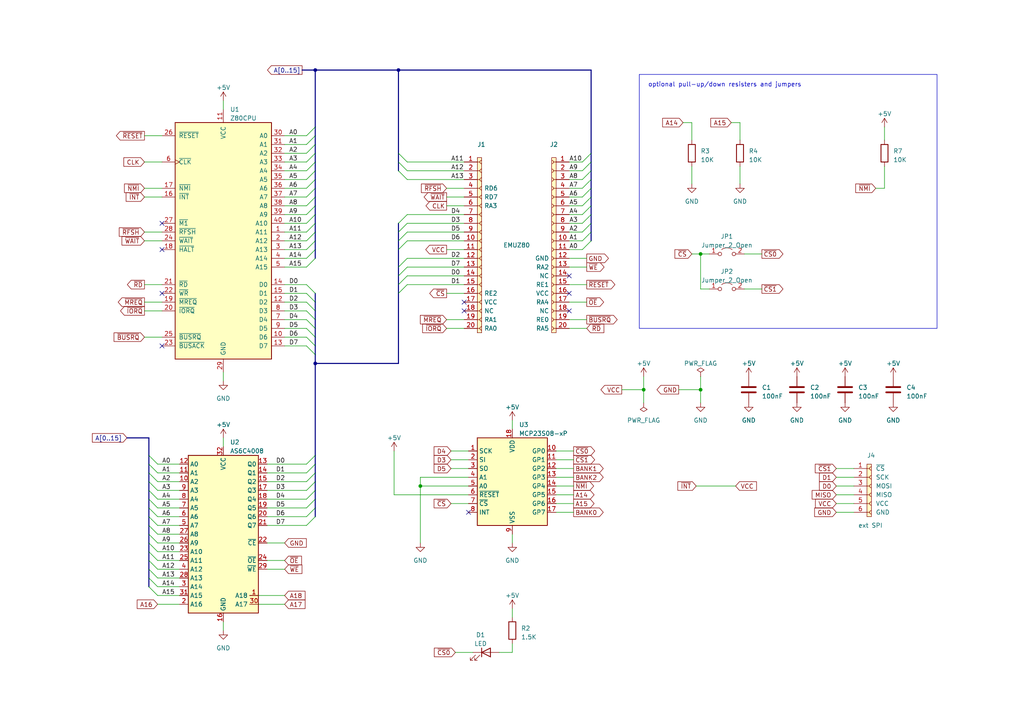
<source format=kicad_sch>
(kicad_sch (version 20230121) (generator eeschema)
  (paper "A4")
  (title_block (title "SuperMEZ80+SPI") (date "2023-04-09") (rev "0.9"))
  (lib_symbols
    (symbol "CPU:Z80CPU" (pin_names (offset 1.016))
      (property "Reference" "U" (at -13.97 35.56 0))
      (property "Value" "Z80CPU" (at 6.35 35.56 0))
      (symbol "Z80CPU_1_1"
        (pin output line (at 17.78 2.54 180) (length 3.81) (name "A11") (number "1"))
        (pin bidirectional line (at 17.78 -27.94 180) (length 3.81) (name "D6") (number "10"))
        (pin power_in line (at 0 38.1 270) (length 3.81) (name "VCC") (number "11"))
        (pin bidirectional line (at 17.78 -17.78 180) (length 3.81) (name "D2") (number "12"))
        (pin bidirectional line (at 17.78 -30.48 180) (length 3.81) (name "D7") (number "13"))
        (pin bidirectional line (at 17.78 -12.7 180) (length 3.81) (name "D0") (number "14"))
        (pin bidirectional line (at 17.78 -15.24 180) (length 3.81) (name "D1") (number "15"))
        (pin input line (at -17.78 12.7 0) (length 3.81) (name "~{INT}") (number "16"))
        (pin input line (at -17.78 15.24 0) (length 3.81) (name "~{NMI}") (number "17"))
        (pin output line (at -17.78 -2.54 0) (length 3.81) (name "~{HALT}") (number "18"))
        (pin output line (at -17.78 -17.78 0) (length 3.81) (name "~{MREQ}") (number "19"))
        (pin output line (at 17.78 0 180) (length 3.81) (name "A12") (number "2"))
        (pin output line (at -17.78 -20.32 0) (length 3.81) (name "~{IORQ}") (number "20"))
        (pin output line (at -17.78 -12.7 0) (length 3.81) (name "~{RD}") (number "21"))
        (pin output line (at -17.78 -15.24 0) (length 3.81) (name "~{WR}") (number "22"))
        (pin output line (at -17.78 -30.48 0) (length 3.81) (name "~{BUSACK}") (number "23"))
        (pin input line (at -17.78 0 0) (length 3.81) (name "~{WAIT}") (number "24"))
        (pin input line (at -17.78 -27.94 0) (length 3.81) (name "~{BUSRQ}") (number "25"))
        (pin input line (at -17.78 30.48 0) (length 3.81) (name "~{RESET}") (number "26"))
        (pin output line (at -17.78 5.08 0) (length 3.81) (name "~{M1}") (number "27"))
        (pin output line (at -17.78 2.54 0) (length 3.81) (name "~{RFSH}") (number "28"))
        (pin power_in line (at 0 -38.1 90) (length 3.81) (name "GND") (number "29"))
        (pin output line (at 17.78 -2.54 180) (length 3.81) (name "A13") (number "3"))
        (pin output line (at 17.78 30.48 180) (length 3.81) (name "A0") (number "30"))
        (pin output line (at 17.78 27.94 180) (length 3.81) (name "A1") (number "31"))
        (pin output line (at 17.78 25.4 180) (length 3.81) (name "A2") (number "32"))
        (pin output line (at 17.78 22.86 180) (length 3.81) (name "A3") (number "33"))
        (pin output line (at 17.78 20.32 180) (length 3.81) (name "A4") (number "34"))
        (pin output line (at 17.78 17.78 180) (length 3.81) (name "A5") (number "35"))
        (pin output line (at 17.78 15.24 180) (length 3.81) (name "A6") (number "36"))
        (pin output line (at 17.78 12.7 180) (length 3.81) (name "A7") (number "37"))
        (pin output line (at 17.78 10.16 180) (length 3.81) (name "A8") (number "38"))
        (pin output line (at 17.78 7.62 180) (length 3.81) (name "A9") (number "39"))
        (pin output line (at 17.78 -5.08 180) (length 3.81) (name "A14") (number "4"))
        (pin output line (at 17.78 5.08 180) (length 3.81) (name "A10") (number "40"))
        (pin output line (at 17.78 -7.62 180) (length 3.81) (name "A15") (number "5"))
        (pin input clock (at -17.78 22.86 0) (length 3.81) (name "~{CLK}") (number "6"))
        (pin bidirectional line (at 17.78 -22.86 180) (length 3.81) (name "D4") (number "7"))
        (pin bidirectional line (at 17.78 -20.32 180) (length 3.81) (name "D3") (number "8"))
        (pin bidirectional line (at 17.78 -25.4 180) (length 3.81) (name "D5") (number "9"))
      )
    )
    (symbol "Connector:Conn_01x06_Socket" (pin_names (offset 2.54))
      (property "Reference" "J2" (at -1.27 8.89 0))
      (property "Value" "SD Card slot" (at -6.35 -11.43 0))
      (symbol "Conn_01x06_Socket_1_1"
        (pin passive line (at -5.08 5.08 0) (length 3.81) (name "~{CS}") (number "1"))
        (pin passive line (at -5.08 2.54 0) (length 3.81) (name "SCK") (number "2"))
        (pin passive line (at -5.08 0 0) (length 3.81) (name "MOSI") (number "3"))
        (pin passive line (at -5.08 -2.54 0) (length 3.81) (name "MISO") (number "4"))
        (pin passive line (at -5.08 -5.08 0) (length 3.81) (name "VCC") (number "5"))
        (pin passive line (at -5.08 -7.62 0) (length 3.81) (name "GND") (number "6"))
      )
    )
    (symbol "Device:C" (pin_numbers hide) (pin_names (offset 0.254))
      (property "Reference" "C" (at 0.635 2.54 0))
      (property "Value" "C" (at 0.635 -2.54 0))
      (symbol "C_1_1"
        (pin passive line (at 0 3.81 270) (length 2.794) (name "~") (number "1"))
        (pin passive line (at 0 -3.81 90) (length 2.794) (name "~") (number "2"))
      )
    )
    (symbol "Device:LED" (pin_numbers hide) (pin_names (offset 1.016) hide)
      (property "Reference" "D" (at 0 2.54 0))
      (property "Value" "LED" (at 0 -2.54 0))
      (symbol "LED_1_1"
        (pin passive line (at -3.81 0 0) (length 2.54) (name "K") (number "1"))
        (pin passive line (at 3.81 0 180) (length 2.54) (name "A") (number "2"))
      )
    )
    (symbol "Device:R" (pin_numbers hide) (pin_names (offset 0))
      (property "Reference" "R" (at 2.032 0 90))
      (property "Value" "R" (at 0 0 90))
      (symbol "R_1_1"
        (pin passive line (at 0 3.81 270) (length 1.27) (name "~") (number "1"))
        (pin passive line (at 0 -3.81 90) (length 1.27) (name "~") (number "2"))
      )
    )
    (symbol "Jumper:Jumper_2_Open" (pin_names (offset 0) hide)
      (property "Reference" "JP" (at 0 2.794 0))
      (property "Value" "Jumper_2_Open" (at 0 -2.286 0))
      (symbol "Jumper_2_Open_1_1"
        (pin passive line (at -5.08 0 0) (length 2.54) (name "A") (number "1"))
        (pin passive line (at 5.08 0 180) (length 2.54) (name "B") (number "2"))
      )
    )
    (symbol "library:AS6C4008"
      (property "Reference" "U" (at 2.54 27.94 0))
      (property "Value" "AS6C4008" (at 2.54 25.4 0))
      (symbol "AS6C4008_0_0"
        (pin power_in line (at 0 -25.4 90) (length 2.54) (name "GND") (number "16"))
        (pin power_in line (at 0 25.4 270) (length 2.54) (name "VCC") (number "32"))
      )
      (symbol "AS6C4008_1_1"
        (pin input line (at 10.16 -17.78 180) (length 2.54) (name "A18") (number "1"))
        (pin input line (at -12.7 15.24 0) (length 2.54) (name "A2") (number "10"))
        (pin input line (at -12.7 17.78 0) (length 2.54) (name "A1") (number "11"))
        (pin input line (at -12.7 20.32 0) (length 2.54) (name "A0") (number "12"))
        (pin tri_state line (at 12.7 20.32 180) (length 2.54) (name "Q0") (number "13"))
        (pin tri_state line (at 12.7 17.78 180) (length 2.54) (name "Q1") (number "14"))
        (pin tri_state line (at 12.7 15.24 180) (length 2.54) (name "Q2") (number "15"))
        (pin tri_state line (at 12.7 12.7 180) (length 2.54) (name "Q3") (number "17"))
        (pin tri_state line (at 12.7 10.16 180) (length 2.54) (name "Q4") (number "18"))
        (pin tri_state line (at 12.7 7.62 180) (length 2.54) (name "Q5") (number "19"))
        (pin input line (at -12.7 -20.32 0) (length 2.54) (name "A16") (number "2"))
        (pin tri_state line (at 12.7 5.08 180) (length 2.54) (name "Q6") (number "20"))
        (pin tri_state line (at 12.7 2.54 180) (length 2.54) (name "Q7") (number "21"))
        (pin input line (at 12.7 -2.54 180) (length 2.54) (name "~{CE}") (number "22"))
        (pin input line (at -12.7 -5.08 0) (length 2.54) (name "A10") (number "23"))
        (pin input line (at 12.7 -7.62 180) (length 2.54) (name "~{OE}") (number "24"))
        (pin input line (at -12.7 -7.62 0) (length 2.54) (name "A11") (number "25"))
        (pin input line (at -12.7 -2.54 0) (length 2.54) (name "A9") (number "26"))
        (pin input line (at -12.7 0 0) (length 2.54) (name "A8") (number "27"))
        (pin input line (at -12.7 -12.7 0) (length 2.54) (name "A13") (number "28"))
        (pin input line (at 12.7 -10.16 180) (length 2.54) (name "~{WE}") (number "29"))
        (pin input line (at -12.7 -15.24 0) (length 2.54) (name "A14") (number "3"))
        (pin input line (at 10.16 -20.32 180) (length 2.54) (name "A17") (number "30"))
        (pin input line (at -12.7 -17.78 0) (length 2.54) (name "A15") (number "31"))
        (pin input line (at -12.7 -10.16 0) (length 2.54) (name "A12") (number "4"))
        (pin input line (at -12.7 2.54 0) (length 2.54) (name "A7") (number "5"))
        (pin input line (at -12.7 5.08 0) (length 2.54) (name "A6") (number "6"))
        (pin input line (at -12.7 7.62 0) (length 2.54) (name "A5") (number "7"))
        (pin input line (at -12.7 10.16 0) (length 2.54) (name "A4") (number "8"))
        (pin input line (at -12.7 12.7 0) (length 2.54) (name "A3") (number "9"))
      )
    )
    (symbol "library:EMUZ80_0" (pin_names (offset 2.032))
      (property "Reference" "J" (at -19.05 31.75 0))
      (property "Value" "EMUZ80_0" (at -15.24 29.21 0))
      (symbol "EMUZ80_0_1_1"
        (pin passive line (at -15.24 24.13 0) (length 3.81) (name "") (number "1"))
        (pin passive line (at -15.24 1.27 0) (length 3.81) (name "") (number "10"))
        (pin passive line (at -15.24 -1.27 0) (length 3.81) (name "") (number "11"))
        (pin passive line (at -15.24 -3.81 0) (length 3.81) (name "") (number "12"))
        (pin passive line (at -15.24 -6.35 0) (length 3.81) (name "") (number "13"))
        (pin passive line (at -15.24 -8.89 0) (length 3.81) (name "") (number "14"))
        (pin passive line (at -15.24 -11.43 0) (length 3.81) (name "") (number "15"))
        (pin passive line (at -15.24 -13.97 0) (length 3.81) (name "RE2") (number "16"))
        (pin passive line (at -15.24 -16.51 0) (length 3.81) (name "VCC") (number "17"))
        (pin passive line (at -15.24 -19.05 0) (length 3.81) (name "NC") (number "18"))
        (pin passive line (at -15.24 -21.59 0) (length 3.81) (name "RA1") (number "19"))
        (pin passive line (at -15.24 21.59 0) (length 3.81) (name "") (number "2"))
        (pin passive line (at -15.24 -24.13 0) (length 3.81) (name "RA0") (number "20"))
        (pin passive line (at -15.24 19.05 0) (length 3.81) (name "") (number "3"))
        (pin passive line (at -15.24 16.51 0) (length 3.81) (name "RD6") (number "4"))
        (pin passive line (at -15.24 13.97 0) (length 3.81) (name "RD7") (number "5"))
        (pin passive line (at -15.24 11.43 0) (length 3.81) (name "RA3") (number "6"))
        (pin passive line (at -15.24 8.89 0) (length 3.81) (name "") (number "7"))
        (pin passive line (at -15.24 6.35 0) (length 3.81) (name "") (number "8"))
        (pin passive line (at -15.24 3.81 0) (length 3.81) (name "") (number "9"))
      )
    )
    (symbol "library:EMUZ80_1" (pin_names (offset 2.032))
      (property "Reference" "J" (at 10.16 30.48 0))
      (property "Value" "EMUZ80_1" (at 13.97 27.94 0))
      (symbol "EMUZ80_1_1_1"
        (pin passive line (at 15.24 24.13 180) (length 3.81) (name "") (number "1"))
        (pin passive line (at 15.24 1.27 180) (length 3.81) (name "") (number "10"))
        (pin passive line (at 15.24 -1.27 180) (length 3.81) (name "") (number "11"))
        (pin passive line (at 15.24 -3.81 180) (length 3.81) (name "GND") (number "12"))
        (pin passive line (at 15.24 -6.35 180) (length 3.81) (name "RA2") (number "13"))
        (pin passive line (at 15.24 -8.89 180) (length 3.81) (name "NC") (number "14"))
        (pin passive line (at 15.24 -11.43 180) (length 3.81) (name "RE1") (number "15"))
        (pin passive line (at 15.24 -13.97 180) (length 3.81) (name "VCC") (number "16"))
        (pin passive line (at 15.24 -16.51 180) (length 3.81) (name "RA4") (number "17"))
        (pin passive line (at 15.24 -19.05 180) (length 3.81) (name "NC") (number "18"))
        (pin passive line (at 15.24 -21.59 180) (length 3.81) (name "RE0") (number "19"))
        (pin passive line (at 15.24 21.59 180) (length 3.81) (name "") (number "2"))
        (pin passive line (at 15.24 -24.13 180) (length 3.81) (name "RA5") (number "20"))
        (pin passive line (at 15.24 19.05 180) (length 3.81) (name "") (number "3"))
        (pin passive line (at 15.24 16.51 180) (length 3.81) (name "") (number "4"))
        (pin passive line (at 15.24 13.97 180) (length 3.81) (name "") (number "5"))
        (pin passive line (at 15.24 11.43 180) (length 3.81) (name "") (number "6"))
        (pin passive line (at 15.24 8.89 180) (length 3.81) (name "") (number "7"))
        (pin passive line (at 15.24 6.35 180) (length 3.81) (name "") (number "8"))
        (pin passive line (at 15.24 3.81 180) (length 3.81) (name "") (number "9"))
      )
    )
    (symbol "library:MCP23S08-xP"
      (property "Reference" "U" (at -8.89 13.97 0))
      (property "Value" "MCP23S08-xP" (at 8.89 13.97 0))
      (symbol "MCP23S08-xP_1_1"
        (pin input line (at -12.7 8.89 0) (length 2.54) (name "SCK") (number "1"))
        (pin bidirectional line (at 12.7 8.89 180) (length 2.54) (name "GP0") (number "10"))
        (pin bidirectional line (at 12.7 6.35 180) (length 2.54) (name "GP1") (number "11"))
        (pin bidirectional line (at 12.7 3.81 180) (length 2.54) (name "GP2") (number "12"))
        (pin bidirectional line (at 12.7 1.27 180) (length 2.54) (name "GP3") (number "13"))
        (pin bidirectional line (at 12.7 -1.27 180) (length 2.54) (name "GP4") (number "14"))
        (pin bidirectional line (at 12.7 -3.81 180) (length 2.54) (name "GP5") (number "15"))
        (pin bidirectional line (at 12.7 -6.35 180) (length 2.54) (name "GP6") (number "16"))
        (pin bidirectional line (at 12.7 -8.89 180) (length 2.54) (name "GP7") (number "17"))
        (pin power_in line (at 0 15.24 270) (length 2.54) (name "VDD") (number "18"))
        (pin input line (at -12.7 6.35 0) (length 2.54) (name "SI") (number "2"))
        (pin output line (at -12.7 3.81 0) (length 2.54) (name "SO") (number "3"))
        (pin input line (at -12.7 1.27 0) (length 2.54) (name "A1") (number "4"))
        (pin input line (at -12.7 -1.27 0) (length 2.54) (name "A0") (number "5"))
        (pin input line (at -12.7 -3.81 0) (length 2.54) (name "~{RESET}") (number "6"))
        (pin input line (at -12.7 -6.35 0) (length 2.54) (name "~{CS}") (number "7"))
        (pin output line (at -12.7 -8.89 0) (length 2.54) (name "INT") (number "8"))
        (pin power_in line (at 0 -15.24 90) (length 2.54) (name "VSS") (number "9"))
      )
    )
    (symbol "power:+5V" (power) (pin_names (offset 0))
      (property "Value" "+5V" (at 0 3.556 0))
      (symbol "+5V_1_1"
        (pin power_in line (at 0 0 90) (length 0) hide (name "+5V") (number "1"))
      )
    )
    (symbol "power:GND" (power) (pin_names (offset 0))
      (property "Value" "GND" (at 0 -3.81 0))
      (symbol "GND_1_1"
        (pin power_in line (at 0 0 270) (length 0) hide (name "GND") (number "1"))
      )
    )
    (symbol "power:PWR_FLAG" (power) (pin_numbers hide) (pin_names (offset 0) hide)
      (property "Value" "PWR_FLAG" (at 0 3.81 0))
      (symbol "PWR_FLAG_0_0"
        (pin power_out line (at 0 0 90) (length 0) (name "pwr") (number "1"))
      )
    )
  )
  (junction (at 203.2 113.03))
  (junction (at 115.57 20.32))
  (junction (at 203.2 73.66))
  (junction (at 121.92 140.97))
  (junction (at 186.69 113.03))
  (junction (at 91.44 20.32))
  (junction (at 91.44 105.41))
  (no_connect (at 46.99 64.77))
  (no_connect (at 134.62 87.63))
  (no_connect (at 46.99 72.39))
  (no_connect (at 46.99 85.09))
  (no_connect (at 134.62 90.17))
  (no_connect (at 46.99 100.33))
  (no_connect (at 165.1 85.09))
  (no_connect (at 165.1 90.17))
  (no_connect (at 135.89 148.59))
  (no_connect (at 165.1 80.01))
  (bus_entry (at 168.91 62.23) (size 2.54 -2.54))
  (bus_entry (at 45.72 160.02) (size -2.54 -2.54))
  (bus_entry (at 168.91 64.77) (size 2.54 -2.54))
  (bus_entry (at 88.9 85.09) (size 2.54 2.54))
  (bus_entry (at 115.57 67.31) (size 2.54 -2.54))
  (bus_entry (at 88.9 69.85) (size 2.54 -2.54))
  (bus_entry (at 45.72 162.56) (size -2.54 -2.54))
  (bus_entry (at 88.9 52.07) (size 2.54 -2.54))
  (bus_entry (at 91.44 139.7) (size -2.54 2.54))
  (bus_entry (at 115.57 82.55) (size 2.54 -2.54))
  (bus_entry (at 91.44 137.16) (size -2.54 2.54))
  (bus_entry (at 88.9 39.37) (size 2.54 -2.54))
  (bus_entry (at 91.44 134.62) (size -2.54 2.54))
  (bus_entry (at 88.9 72.39) (size 2.54 -2.54))
  (bus_entry (at 115.57 77.47) (size 2.54 -2.54))
  (bus_entry (at 168.91 46.99) (size 2.54 -2.54))
  (bus_entry (at 88.9 59.69) (size 2.54 -2.54))
  (bus_entry (at 91.44 147.32) (size -2.54 2.54))
  (bus_entry (at 45.72 139.7) (size -2.54 -2.54))
  (bus_entry (at 45.72 152.4) (size -2.54 -2.54))
  (bus_entry (at 45.72 154.94) (size -2.54 -2.54))
  (bus_entry (at 88.9 67.31) (size 2.54 -2.54))
  (bus_entry (at 45.72 147.32) (size -2.54 -2.54))
  (bus_entry (at 115.57 64.77) (size 2.54 -2.54))
  (bus_entry (at 168.91 54.61) (size 2.54 -2.54))
  (bus_entry (at 168.91 59.69) (size 2.54 -2.54))
  (bus_entry (at 88.9 77.47) (size 2.54 -2.54))
  (bus_entry (at 115.57 46.99) (size 2.54 2.54))
  (bus_entry (at 88.9 54.61) (size 2.54 -2.54))
  (bus_entry (at 115.57 85.09) (size 2.54 -2.54))
  (bus_entry (at 168.91 49.53) (size 2.54 -2.54))
  (bus_entry (at 88.9 97.79) (size 2.54 2.54))
  (bus_entry (at 115.57 49.53) (size 2.54 2.54))
  (bus_entry (at 115.57 69.85) (size 2.54 -2.54))
  (bus_entry (at 45.72 142.24) (size -2.54 -2.54))
  (bus_entry (at 88.9 74.93) (size 2.54 -2.54))
  (bus_entry (at 115.57 72.39) (size 2.54 -2.54))
  (bus_entry (at 88.9 62.23) (size 2.54 -2.54))
  (bus_entry (at 168.91 72.39) (size 2.54 -2.54))
  (bus_entry (at 45.72 172.72) (size -2.54 -2.54))
  (bus_entry (at 45.72 134.62) (size -2.54 -2.54))
  (bus_entry (at 45.72 144.78) (size -2.54 -2.54))
  (bus_entry (at 45.72 157.48) (size -2.54 -2.54))
  (bus_entry (at 168.91 69.85) (size 2.54 -2.54))
  (bus_entry (at 45.72 149.86) (size -2.54 -2.54))
  (bus_entry (at 88.9 41.91) (size 2.54 -2.54))
  (bus_entry (at 88.9 87.63) (size 2.54 2.54))
  (bus_entry (at 115.57 44.45) (size 2.54 2.54))
  (bus_entry (at 91.44 132.08) (size -2.54 2.54))
  (bus_entry (at 88.9 90.17) (size 2.54 2.54))
  (bus_entry (at 88.9 92.71) (size 2.54 2.54))
  (bus_entry (at 115.57 80.01) (size 2.54 -2.54))
  (bus_entry (at 88.9 95.25) (size 2.54 2.54))
  (bus_entry (at 91.44 144.78) (size -2.54 2.54))
  (bus_entry (at 168.91 57.15) (size 2.54 -2.54))
  (bus_entry (at 45.72 167.64) (size -2.54 -2.54))
  (bus_entry (at 91.44 149.86) (size -2.54 2.54))
  (bus_entry (at 168.91 67.31) (size 2.54 -2.54))
  (bus_entry (at 45.72 165.1) (size -2.54 -2.54))
  (bus_entry (at 45.72 137.16) (size -2.54 -2.54))
  (bus_entry (at 88.9 44.45) (size 2.54 -2.54))
  (bus_entry (at 88.9 57.15) (size 2.54 -2.54))
  (bus_entry (at 91.44 142.24) (size -2.54 2.54))
  (bus_entry (at 88.9 82.55) (size 2.54 2.54))
  (bus_entry (at 88.9 46.99) (size 2.54 -2.54))
  (bus_entry (at 168.91 52.07) (size 2.54 -2.54))
  (bus_entry (at 88.9 64.77) (size 2.54 -2.54))
  (bus_entry (at 45.72 170.18) (size -2.54 -2.54))
  (bus_entry (at 88.9 49.53) (size 2.54 -2.54))
  (bus_entry (at 88.9 100.33) (size 2.54 2.54))
  (wire (pts (xy 161.29 133.35) (xy 166.37 133.35)))
  (wire (pts (xy 215.9 73.66) (xy 220.98 73.66)))
  (bus (pts (xy 91.44 90.17) (xy 91.44 92.71)))
  (wire (pts (xy 82.55 57.15) (xy 88.9 57.15)))
  (wire (pts (xy 214.63 53.34) (xy 214.63 48.26)))
  (bus (pts (xy 91.44 97.79) (xy 91.44 100.33)))
  (wire (pts (xy 242.57 148.59) (xy 247.65 148.59)))
  (wire (pts (xy 82.55 72.39) (xy 88.9 72.39)))
  (bus (pts (xy 171.45 46.99) (xy 171.45 49.53)))
  (wire (pts (xy 165.1 49.53) (xy 168.91 49.53)))
  (wire (pts (xy 165.1 62.23) (xy 168.91 62.23)))
  (wire (pts (xy 45.72 147.32) (xy 52.07 147.32)))
  (wire (pts (xy 64.77 107.95) (xy 64.77 110.49)))
  (wire (pts (xy 82.55 97.79) (xy 88.9 97.79)))
  (wire (pts (xy 82.55 100.33) (xy 88.9 100.33)))
  (wire (pts (xy 82.55 44.45) (xy 88.9 44.45)))
  (bus (pts (xy 115.57 20.32) (xy 171.45 20.32)))
  (bus (pts (xy 91.44 39.37) (xy 91.44 36.83)))
  (bus (pts (xy 91.44 144.78) (xy 91.44 147.32)))
  (wire (pts (xy 129.54 59.69) (xy 134.62 59.69)))
  (bus (pts (xy 91.44 20.32) (xy 91.44 36.83)))
  (wire (pts (xy 74.93 172.72) (xy 82.55 172.72)))
  (wire (pts (xy 129.54 57.15) (xy 134.62 57.15)))
  (bus (pts (xy 115.57 77.47) (xy 115.57 80.01)))
  (wire (pts (xy 165.1 57.15) (xy 168.91 57.15)))
  (bus (pts (xy 91.44 49.53) (xy 91.44 46.99)))
  (wire (pts (xy 77.47 152.4) (xy 88.9 152.4)))
  (wire (pts (xy 242.57 135.89) (xy 247.65 135.89)))
  (wire (pts (xy 144.78 189.23) (xy 148.59 189.23)))
  (wire (pts (xy 82.55 95.25) (xy 88.9 95.25)))
  (wire (pts (xy 165.1 92.71) (xy 170.18 92.71)))
  (wire (pts (xy 214.63 35.56) (xy 214.63 40.64)))
  (bus (pts (xy 43.18 167.64) (xy 43.18 165.1)))
  (wire (pts (xy 41.91 39.37) (xy 46.99 39.37)))
  (wire (pts (xy 130.81 133.35) (xy 135.89 133.35)))
  (wire (pts (xy 242.57 138.43) (xy 247.65 138.43)))
  (wire (pts (xy 129.54 54.61) (xy 134.62 54.61)))
  (bus (pts (xy 171.45 67.31) (xy 171.45 69.85)))
  (wire (pts (xy 148.59 186.69) (xy 148.59 189.23)))
  (wire (pts (xy 118.11 69.85) (xy 134.62 69.85)))
  (bus (pts (xy 43.18 144.78) (xy 43.18 142.24)))
  (wire (pts (xy 64.77 180.34) (xy 64.77 182.88)))
  (bus (pts (xy 43.18 134.62) (xy 43.18 132.08)))
  (bus (pts (xy 91.44 92.71) (xy 91.44 95.25)))
  (bus (pts (xy 91.44 74.93) (xy 91.44 72.39)))
  (wire (pts (xy 148.59 176.53) (xy 148.59 179.07)))
  (wire (pts (xy 135.89 138.43) (xy 121.92 138.43)))
  (wire (pts (xy 45.72 149.86) (xy 52.07 149.86)))
  (wire (pts (xy 77.47 147.32) (xy 88.9 147.32)))
  (bus (pts (xy 91.44 95.25) (xy 91.44 97.79)))
  (wire (pts (xy 165.1 87.63) (xy 170.18 87.63)))
  (wire (pts (xy 45.72 142.24) (xy 52.07 142.24)))
  (wire (pts (xy 165.1 95.25) (xy 170.18 95.25)))
  (bus (pts (xy 115.57 80.01) (xy 115.57 82.55)))
  (wire (pts (xy 41.91 97.79) (xy 46.99 97.79)))
  (wire (pts (xy 129.54 72.39) (xy 134.62 72.39)))
  (bus (pts (xy 43.18 165.1) (xy 43.18 162.56)))
  (wire (pts (xy 118.11 64.77) (xy 134.62 64.77)))
  (wire (pts (xy 77.47 144.78) (xy 88.9 144.78)))
  (bus (pts (xy 115.57 82.55) (xy 115.57 85.09)))
  (bus (pts (xy 91.44 41.91) (xy 91.44 39.37)))
  (wire (pts (xy 45.72 134.62) (xy 52.07 134.62)))
  (wire (pts (xy 165.1 69.85) (xy 168.91 69.85)))
  (bus (pts (xy 91.44 105.41) (xy 91.44 132.08)))
  (bus (pts (xy 171.45 54.61) (xy 171.45 57.15)))
  (wire (pts (xy 118.11 46.99) (xy 134.62 46.99)))
  (bus (pts (xy 87.63 20.32) (xy 91.44 20.32)))
  (wire (pts (xy 118.11 52.07) (xy 134.62 52.07)))
  (wire (pts (xy 82.55 90.17) (xy 88.9 90.17)))
  (wire (pts (xy 64.77 29.21) (xy 64.77 31.75)))
  (bus (pts (xy 91.44 139.7) (xy 91.44 142.24)))
  (wire (pts (xy 161.29 140.97) (xy 166.37 140.97)))
  (wire (pts (xy 41.91 87.63) (xy 46.99 87.63)))
  (wire (pts (xy 77.47 162.56) (xy 82.55 162.56)))
  (bus (pts (xy 171.45 20.32) (xy 171.45 44.45)))
  (wire (pts (xy 148.59 154.94) (xy 148.59 157.48)))
  (wire (pts (xy 41.91 90.17) (xy 46.99 90.17)))
  (bus (pts (xy 43.18 154.94) (xy 43.18 152.4)))
  (bus (pts (xy 91.44 67.31) (xy 91.44 64.77)))
  (wire (pts (xy 161.29 148.59) (xy 166.37 148.59)))
  (wire (pts (xy 77.47 149.86) (xy 88.9 149.86)))
  (bus (pts (xy 91.44 102.87) (xy 91.44 105.41)))
  (wire (pts (xy 45.72 172.72) (xy 52.07 172.72)))
  (wire (pts (xy 203.2 113.03) (xy 203.2 116.84)))
  (wire (pts (xy 130.81 146.05) (xy 135.89 146.05)))
  (bus (pts (xy 115.57 67.31) (xy 115.57 69.85)))
  (bus (pts (xy 43.18 162.56) (xy 43.18 160.02)))
  (wire (pts (xy 196.85 113.03) (xy 203.2 113.03)))
  (wire (pts (xy 82.55 64.77) (xy 88.9 64.77)))
  (bus (pts (xy 115.57 69.85) (xy 115.57 72.39)))
  (wire (pts (xy 45.72 167.64) (xy 52.07 167.64)))
  (bus (pts (xy 43.18 160.02) (xy 43.18 157.48)))
  (wire (pts (xy 45.72 157.48) (xy 52.07 157.48)))
  (wire (pts (xy 64.77 127) (xy 64.77 129.54)))
  (bus (pts (xy 115.57 44.45) (xy 115.57 46.99)))
  (wire (pts (xy 82.55 54.61) (xy 88.9 54.61)))
  (bus (pts (xy 91.44 44.45) (xy 91.44 41.91)))
  (wire (pts (xy 215.9 83.82) (xy 220.98 83.82)))
  (bus (pts (xy 171.45 49.53) (xy 171.45 52.07)))
  (bus (pts (xy 43.18 147.32) (xy 43.18 144.78)))
  (bus (pts (xy 43.18 152.4) (xy 43.18 149.86)))
  (wire (pts (xy 45.72 144.78) (xy 52.07 144.78)))
  (bus (pts (xy 91.44 59.69) (xy 91.44 57.15)))
  (wire (pts (xy 242.57 140.97) (xy 247.65 140.97)))
  (bus (pts (xy 91.44 46.99) (xy 91.44 44.45)))
  (wire (pts (xy 165.1 59.69) (xy 168.91 59.69)))
  (wire (pts (xy 118.11 82.55) (xy 134.62 82.55)))
  (wire (pts (xy 180.34 113.03) (xy 186.69 113.03)))
  (bus (pts (xy 91.44 62.23) (xy 91.44 59.69)))
  (wire (pts (xy 256.54 48.26) (xy 256.54 54.61)))
  (bus (pts (xy 91.44 52.07) (xy 91.44 49.53)))
  (bus (pts (xy 91.44 85.09) (xy 91.44 87.63)))
  (wire (pts (xy 200.66 53.34) (xy 200.66 48.26)))
  (wire (pts (xy 114.3 130.81) (xy 114.3 143.51)))
  (bus (pts (xy 43.18 139.7) (xy 43.18 137.16)))
  (wire (pts (xy 203.2 83.82) (xy 203.2 73.66)))
  (wire (pts (xy 165.1 72.39) (xy 168.91 72.39)))
  (wire (pts (xy 165.1 74.93) (xy 170.18 74.93)))
  (bus (pts (xy 43.18 132.08) (xy 43.18 127)))
  (wire (pts (xy 77.47 134.62) (xy 88.9 134.62)))
  (wire (pts (xy 205.74 83.82) (xy 203.2 83.82)))
  (wire (pts (xy 82.55 46.99) (xy 88.9 46.99)))
  (wire (pts (xy 41.91 54.61) (xy 46.99 54.61)))
  (wire (pts (xy 41.91 57.15) (xy 46.99 57.15)))
  (wire (pts (xy 77.47 137.16) (xy 88.9 137.16)))
  (bus (pts (xy 43.18 149.86) (xy 43.18 147.32)))
  (wire (pts (xy 82.55 67.31) (xy 88.9 67.31)))
  (bus (pts (xy 91.44 100.33) (xy 91.44 102.87)))
  (bus (pts (xy 91.44 87.63) (xy 91.44 90.17)))
  (wire (pts (xy 82.55 74.93) (xy 88.9 74.93)))
  (bus (pts (xy 171.45 57.15) (xy 171.45 59.69)))
  (wire (pts (xy 45.72 160.02) (xy 52.07 160.02)))
  (wire (pts (xy 161.29 138.43) (xy 166.37 138.43)))
  (wire (pts (xy 114.3 143.51) (xy 135.89 143.51)))
  (bus (pts (xy 43.18 170.18) (xy 43.18 167.64)))
  (wire (pts (xy 118.11 77.47) (xy 134.62 77.47)))
  (wire (pts (xy 82.55 92.71) (xy 88.9 92.71)))
  (bus (pts (xy 91.44 137.16) (xy 91.44 139.7)))
  (wire (pts (xy 165.1 77.47) (xy 170.18 77.47)))
  (wire (pts (xy 130.81 135.89) (xy 135.89 135.89)))
  (wire (pts (xy 200.66 40.64) (xy 200.66 35.56)))
  (wire (pts (xy 118.11 74.93) (xy 134.62 74.93)))
  (bus (pts (xy 115.57 72.39) (xy 115.57 77.47)))
  (wire (pts (xy 45.72 170.18) (xy 52.07 170.18)))
  (bus (pts (xy 91.44 57.15) (xy 91.44 54.61)))
  (wire (pts (xy 161.29 130.81) (xy 166.37 130.81)))
  (wire (pts (xy 41.91 82.55) (xy 46.99 82.55)))
  (wire (pts (xy 203.2 73.66) (xy 205.74 73.66)))
  (wire (pts (xy 45.72 139.7) (xy 52.07 139.7)))
  (wire (pts (xy 45.72 165.1) (xy 52.07 165.1)))
  (bus (pts (xy 115.57 85.09) (xy 115.57 105.41)))
  (wire (pts (xy 41.91 67.31) (xy 46.99 67.31)))
  (wire (pts (xy 45.72 162.56) (xy 52.07 162.56)))
  (wire (pts (xy 82.55 82.55) (xy 88.9 82.55)))
  (wire (pts (xy 129.54 95.25) (xy 134.62 95.25)))
  (wire (pts (xy 165.1 82.55) (xy 170.18 82.55)))
  (wire (pts (xy 242.57 143.51) (xy 247.65 143.51)))
  (wire (pts (xy 41.91 46.99) (xy 46.99 46.99)))
  (wire (pts (xy 82.55 87.63) (xy 88.9 87.63)))
  (wire (pts (xy 121.92 140.97) (xy 121.92 157.48)))
  (wire (pts (xy 148.59 121.92) (xy 148.59 124.46)))
  (wire (pts (xy 129.54 92.71) (xy 134.62 92.71)))
  (wire (pts (xy 254 54.61) (xy 256.54 54.61)))
  (bus (pts (xy 171.45 44.45) (xy 171.45 46.99)))
  (wire (pts (xy 130.81 130.81) (xy 135.89 130.81)))
  (bus (pts (xy 91.44 20.32) (xy 115.57 20.32)))
  (wire (pts (xy 82.55 77.47) (xy 88.9 77.47)))
  (bus (pts (xy 43.18 142.24) (xy 43.18 139.7)))
  (bus (pts (xy 171.45 62.23) (xy 171.45 64.77)))
  (wire (pts (xy 118.11 49.53) (xy 134.62 49.53)))
  (bus (pts (xy 91.44 69.85) (xy 91.44 67.31)))
  (wire (pts (xy 45.72 175.26) (xy 52.07 175.26)))
  (bus (pts (xy 91.44 142.24) (xy 91.44 144.78)))
  (wire (pts (xy 121.92 138.43) (xy 121.92 140.97)))
  (wire (pts (xy 41.91 69.85) (xy 46.99 69.85)))
  (bus (pts (xy 43.18 137.16) (xy 43.18 134.62)))
  (bus (pts (xy 171.45 52.07) (xy 171.45 54.61)))
  (bus (pts (xy 91.44 147.32) (xy 91.44 149.86)))
  (wire (pts (xy 45.72 137.16) (xy 52.07 137.16)))
  (wire (pts (xy 165.1 46.99) (xy 168.91 46.99)))
  (bus (pts (xy 91.44 134.62) (xy 91.44 137.16)))
  (wire (pts (xy 198.12 35.56) (xy 200.66 35.56)))
  (bus (pts (xy 91.44 105.41) (xy 115.57 105.41)))
  (bus (pts (xy 91.44 72.39) (xy 91.44 69.85)))
  (wire (pts (xy 132.08 189.23) (xy 137.16 189.23)))
  (bus (pts (xy 115.57 64.77) (xy 115.57 67.31)))
  (wire (pts (xy 201.93 140.97) (xy 213.36 140.97)))
  (wire (pts (xy 74.93 175.26) (xy 82.55 175.26)))
  (wire (pts (xy 256.54 36.83) (xy 256.54 40.64)))
  (wire (pts (xy 165.1 52.07) (xy 168.91 52.07)))
  (bus (pts (xy 115.57 46.99) (xy 115.57 49.53)))
  (wire (pts (xy 161.29 143.51) (xy 166.37 143.51)))
  (wire (pts (xy 165.1 64.77) (xy 168.91 64.77)))
  (wire (pts (xy 203.2 109.22) (xy 203.2 113.03)))
  (wire (pts (xy 186.69 113.03) (xy 186.69 116.84)))
  (wire (pts (xy 165.1 67.31) (xy 168.91 67.31)))
  (wire (pts (xy 82.55 59.69) (xy 88.9 59.69)))
  (wire (pts (xy 77.47 139.7) (xy 88.9 139.7)))
  (wire (pts (xy 212.09 35.56) (xy 214.63 35.56)))
  (bus (pts (xy 91.44 64.77) (xy 91.44 62.23)))
  (wire (pts (xy 45.72 154.94) (xy 52.07 154.94)))
  (wire (pts (xy 118.11 62.23) (xy 134.62 62.23)))
  (wire (pts (xy 82.55 39.37) (xy 88.9 39.37)))
  (bus (pts (xy 91.44 54.61) (xy 91.44 52.07)))
  (bus (pts (xy 115.57 20.32) (xy 115.57 44.45)))
  (wire (pts (xy 186.69 109.22) (xy 186.69 113.03)))
  (wire (pts (xy 45.72 152.4) (xy 52.07 152.4)))
  (wire (pts (xy 129.54 85.09) (xy 134.62 85.09)))
  (wire (pts (xy 82.55 49.53) (xy 88.9 49.53)))
  (wire (pts (xy 82.55 69.85) (xy 88.9 69.85)))
  (wire (pts (xy 161.29 135.89) (xy 166.37 135.89)))
  (bus (pts (xy 171.45 64.77) (xy 171.45 67.31)))
  (wire (pts (xy 77.47 165.1) (xy 82.55 165.1)))
  (wire (pts (xy 161.29 146.05) (xy 166.37 146.05)))
  (bus (pts (xy 171.45 59.69) (xy 171.45 62.23)))
  (bus (pts (xy 43.18 157.48) (xy 43.18 154.94)))
  (bus (pts (xy 91.44 132.08) (xy 91.44 134.62)))
  (wire (pts (xy 165.1 54.61) (xy 168.91 54.61)))
  (wire (pts (xy 242.57 146.05) (xy 247.65 146.05)))
  (wire (pts (xy 118.11 67.31) (xy 134.62 67.31)))
  (wire (pts (xy 82.55 41.91) (xy 88.9 41.91)))
  (wire (pts (xy 118.11 80.01) (xy 134.62 80.01)))
  (wire (pts (xy 82.55 52.07) (xy 88.9 52.07)))
  (wire (pts (xy 77.47 157.48) (xy 82.55 157.48)))
  (bus (pts (xy 36.83 127) (xy 43.18 127)))
  (wire (pts (xy 135.89 140.97) (xy 121.92 140.97)))
  (wire (pts (xy 200.66 73.66) (xy 203.2 73.66)))
  (wire (pts (xy 82.55 85.09) (xy 88.9 85.09)))
  (wire (pts (xy 77.47 142.24) (xy 88.9 142.24)))
  (wire (pts (xy 82.55 62.23) (xy 88.9 62.23)))
  (rectangle (start 185.42 21.59) (end 271.78 95.25))
  (text "optional pull-up/down resisters and jumpers" (at 187.96 25.4 0) (effects (font (size 1.27 1.27)) (justify left bottom)))
  (label "D7" (at 80.01 152.4 0))
  (label "A9" (at 165.1 49.53 0))
  (label "A7" (at 165.1 54.61 0))
  (label "A10" (at 83.82 64.77 0))
  (label "A5" (at 46.99 147.32 0))
  (label "D7" (at 83.82 100.33 0))
  (label "D0" (at 130.81 80.01 0))
  (label "D6" (at 130.81 69.85 0))
  (label "D5" (at 83.82 95.25 0))
  (label "D3" (at 80.01 142.24 0))
  (label "A14" (at 83.82 74.93 0))
  (label "D4" (at 130.81 62.23 0))
  (label "A11" (at 83.82 67.31 0))
  (label "A3" (at 46.99 142.24 0))
  (label "D5" (at 130.81 67.31 0))
  (label "D2" (at 80.01 139.7 0))
  (label "D3" (at 130.81 64.77 0))
  (label "A6" (at 83.82 54.61 0))
  (label "A14" (at 46.99 170.18 0))
  (label "D2" (at 83.82 87.63 0))
  (label "A3" (at 165.1 64.77 0))
  (label "D1" (at 83.82 85.09 0))
  (label "A5" (at 83.82 52.07 0))
  (label "A8" (at 165.1 52.07 0))
  (label "D2" (at 130.81 74.93 0))
  (label "A5" (at 165.1 59.69 0))
  (label "A12" (at 46.99 165.1 0))
  (label "A10" (at 46.99 160.02 0))
  (label "A10" (at 165.1 46.99 0))
  (label "A3" (at 83.82 46.99 0))
  (label "A8" (at 83.82 59.69 0))
  (label "A8" (at 46.99 154.94 0))
  (label "A0" (at 83.82 39.37 0))
  (label "D3" (at 83.82 90.17 0))
  (label "D0" (at 80.01 134.62 0))
  (label "A15" (at 83.82 77.47 0))
  (label "A15" (at 46.99 172.72 0))
  (label "A7" (at 83.82 57.15 0))
  (label "A2" (at 165.1 67.31 0))
  (label "D1" (at 130.81 82.55 0))
  (label "A2" (at 46.99 139.7 0))
  (label "D4" (at 83.82 92.71 0))
  (label "A11" (at 46.99 162.56 0))
  (label "A11" (at 130.81 46.99 0))
  (label "A9" (at 83.82 62.23 0))
  (label "A13" (at 130.81 52.07 0))
  (label "A13" (at 83.82 72.39 0))
  (label "A9" (at 46.99 157.48 0))
  (label "A1" (at 46.99 137.16 0))
  (label "D1" (at 80.01 137.16 0))
  (label "A4" (at 165.1 62.23 0))
  (label "A7" (at 46.99 152.4 0))
  (label "A4" (at 46.99 144.78 0))
  (label "A2" (at 83.82 44.45 0))
  (label "A1" (at 83.82 41.91 0))
  (label "A6" (at 46.99 149.86 0))
  (label "A1" (at 165.1 69.85 0))
  (label "A4" (at 83.82 49.53 0))
  (label "D7" (at 130.81 77.47 0))
  (label "D0" (at 83.82 82.55 0))
  (label "A12" (at 83.82 69.85 0))
  (label "A12" (at 130.81 49.53 0))
  (label "D6" (at 83.82 97.79 0))
  (label "D4" (at 80.01 144.78 0))
  (label "A0" (at 46.99 134.62 0))
  (label "A13" (at 46.99 167.64 0))
  (label "D5" (at 80.01 147.32 0))
  (label "A0" (at 165.1 72.39 0))
  (label "A6" (at 165.1 57.15 0))
  (label "D6" (at 80.01 149.86 0))
  (global_label "A[0..15]" (shape output) (at 87.63 20.32 180) (property "Intersheetrefs" "${INTERSHEET_REFS}" (effects hide)))
  (global_label "CLK" (shape input) (at 41.91 46.99 180) (property "Intersheetrefs" "${INTERSHEET_REFS}" (effects hide)))
  (global_label "BANK0" (shape output) (at 166.37 148.59 0) (property "Intersheetrefs" "${INTERSHEET_REFS}" (effects hide)))
  (global_label "~{MREQ}" (shape output) (at 41.91 87.63 180) (property "Intersheetrefs" "${INTERSHEET_REFS}" (effects hide)))
  (global_label "BANK2" (shape output) (at 166.37 138.43 0) (property "Intersheetrefs" "${INTERSHEET_REFS}" (effects hide)))
  (global_label "D0" (shape input) (at 242.57 140.97 180) (property "Intersheetrefs" "${INTERSHEET_REFS}" (effects hide)))
  (global_label "D3" (shape input) (at 130.81 133.35 180) (property "Intersheetrefs" "${INTERSHEET_REFS}" (effects hide)))
  (global_label "~{CS1}" (shape output) (at 166.37 133.35 0) (property "Intersheetrefs" "${INTERSHEET_REFS}" (effects hide)))
  (global_label "~{WAIT}" (shape input) (at 41.91 69.85 180) (property "Intersheetrefs" "${INTERSHEET_REFS}" (effects hide)))
  (global_label "~{RESET}" (shape output) (at 170.18 82.55 0) (property "Intersheetrefs" "${INTERSHEET_REFS}" (effects hide)))
  (global_label "~{RD}" (shape input) (at 170.18 95.25 0) (property "Intersheetrefs" "${INTERSHEET_REFS}" (effects hide)))
  (global_label "~{INT}" (shape input) (at 41.91 57.15 180) (property "Intersheetrefs" "${INTERSHEET_REFS}" (effects hide)))
  (global_label "A14" (shape input) (at 198.12 35.56 180) (property "Intersheetrefs" "${INTERSHEET_REFS}" (effects hide)))
  (global_label "~{INT}" (shape input) (at 201.93 140.97 180) (property "Intersheetrefs" "${INTERSHEET_REFS}" (effects hide)))
  (global_label "A15" (shape input) (at 212.09 35.56 180) (property "Intersheetrefs" "${INTERSHEET_REFS}" (effects hide)))
  (global_label "~{OE}" (shape output) (at 170.18 87.63 0) (property "Intersheetrefs" "${INTERSHEET_REFS}" (effects hide)))
  (global_label "D4" (shape input) (at 130.81 130.81 180) (property "Intersheetrefs" "${INTERSHEET_REFS}" (effects hide)))
  (global_label "~{BUSRQ}" (shape input) (at 41.91 97.79 180) (property "Intersheetrefs" "${INTERSHEET_REFS}" (effects hide)))
  (global_label "VCC" (shape input) (at 242.57 146.05 180) (property "Intersheetrefs" "${INTERSHEET_REFS}" (effects hide)))
  (global_label "~{WE}" (shape input) (at 82.55 165.1 0) (property "Intersheetrefs" "${INTERSHEET_REFS}" (effects hide)))
  (global_label "~{CS1}" (shape output) (at 220.98 83.82 0) (property "Intersheetrefs" "${INTERSHEET_REFS}" (effects hide)))
  (global_label "~{CS0}" (shape input) (at 132.08 189.23 180) (property "Intersheetrefs" "${INTERSHEET_REFS}" (effects hide)))
  (global_label "VCC" (shape output) (at 129.54 72.39 180) (property "Intersheetrefs" "${INTERSHEET_REFS}" (effects hide)))
  (global_label "~{RFSH}" (shape input) (at 41.91 67.31 180) (property "Intersheetrefs" "${INTERSHEET_REFS}" (effects hide)))
  (global_label "~{NMI}" (shape input) (at 254 54.61 180) (property "Intersheetrefs" "${INTERSHEET_REFS}" (effects hide)))
  (global_label "~{RD}" (shape output) (at 41.91 82.55 180) (property "Intersheetrefs" "${INTERSHEET_REFS}" (effects hide)))
  (global_label "~{CS1}" (shape input) (at 242.57 135.89 180) (property "Intersheetrefs" "${INTERSHEET_REFS}" (effects hide)))
  (global_label "~{CS0}" (shape output) (at 220.98 73.66 0) (property "Intersheetrefs" "${INTERSHEET_REFS}" (effects hide)))
  (global_label "~{RESET}" (shape output) (at 41.91 39.37 180) (property "Intersheetrefs" "${INTERSHEET_REFS}" (effects hide)))
  (global_label "~{MREQ}" (shape input) (at 129.54 92.71 180) (property "Intersheetrefs" "${INTERSHEET_REFS}" (effects hide)))
  (global_label "~{IORQ}" (shape input) (at 129.54 95.25 180) (property "Intersheetrefs" "${INTERSHEET_REFS}" (effects hide)))
  (global_label "GND" (shape output) (at 170.18 74.93 0) (property "Intersheetrefs" "${INTERSHEET_REFS}" (effects hide)))
  (global_label "D5" (shape input) (at 130.81 135.89 180) (property "Intersheetrefs" "${INTERSHEET_REFS}" (effects hide)))
  (global_label "~{WE}" (shape output) (at 170.18 77.47 0) (property "Intersheetrefs" "${INTERSHEET_REFS}" (effects hide)))
  (global_label "MISO" (shape input) (at 242.57 143.51 180) (property "Intersheetrefs" "${INTERSHEET_REFS}" (effects hide)))
  (global_label "GND" (shape input) (at 82.55 157.48 0) (property "Intersheetrefs" "${INTERSHEET_REFS}" (effects hide)))
  (global_label "~{IORQ}" (shape output) (at 41.91 90.17 180) (property "Intersheetrefs" "${INTERSHEET_REFS}" (effects hide)))
  (global_label "BANK1" (shape output) (at 166.37 135.89 0) (property "Intersheetrefs" "${INTERSHEET_REFS}" (effects hide)))
  (global_label "~{CS}" (shape output) (at 129.54 85.09 180) (property "Intersheetrefs" "${INTERSHEET_REFS}" (effects hide)))
  (global_label "GND" (shape output) (at 196.85 113.03 180) (property "Intersheetrefs" "${INTERSHEET_REFS}" (effects hide)))
  (global_label "~{WAIT}" (shape output) (at 129.54 57.15 180) (property "Intersheetrefs" "${INTERSHEET_REFS}" (effects hide)))
  (global_label "A16" (shape input) (at 45.72 175.26 180) (property "Intersheetrefs" "${INTERSHEET_REFS}" (effects hide)))
  (global_label "~{RFSH}" (shape input) (at 129.54 54.61 180) (property "Intersheetrefs" "${INTERSHEET_REFS}" (effects hide)))
  (global_label "A17" (shape input) (at 82.55 175.26 0) (property "Intersheetrefs" "${INTERSHEET_REFS}" (effects hide)))
  (global_label "~{CS0}" (shape output) (at 166.37 130.81 0) (property "Intersheetrefs" "${INTERSHEET_REFS}" (effects hide)))
  (global_label "~{CS}" (shape input) (at 200.66 73.66 180) (property "Intersheetrefs" "${INTERSHEET_REFS}" (effects hide)))
  (global_label "~{NMI}" (shape input) (at 41.91 54.61 180) (property "Intersheetrefs" "${INTERSHEET_REFS}" (effects hide)))
  (global_label "VCC" (shape input) (at 213.36 140.97 0) (property "Intersheetrefs" "${INTERSHEET_REFS}" (effects hide)))
  (global_label "CLK" (shape output) (at 129.54 59.69 180) (property "Intersheetrefs" "${INTERSHEET_REFS}" (effects hide)))
  (global_label "D1" (shape input) (at 242.57 138.43 180) (property "Intersheetrefs" "${INTERSHEET_REFS}" (effects hide)))
  (global_label "~{CS}" (shape input) (at 130.81 146.05 180) (property "Intersheetrefs" "${INTERSHEET_REFS}" (effects hide)))
  (global_label "~{BUSRQ}" (shape output) (at 170.18 92.71 0) (property "Intersheetrefs" "${INTERSHEET_REFS}" (effects hide)))
  (global_label "VCC" (shape output) (at 180.34 113.03 180) (property "Intersheetrefs" "${INTERSHEET_REFS}" (effects hide)))
  (global_label "A15" (shape output) (at 166.37 146.05 0) (property "Intersheetrefs" "${INTERSHEET_REFS}" (effects hide)))
  (global_label "A18" (shape input) (at 82.55 172.72 0) (property "Intersheetrefs" "${INTERSHEET_REFS}" (effects hide)))
  (global_label "GND" (shape input) (at 242.57 148.59 180) (property "Intersheetrefs" "${INTERSHEET_REFS}" (effects hide)))
  (global_label "A[0..15]" (shape input) (at 36.83 127 180) (property "Intersheetrefs" "${INTERSHEET_REFS}" (effects hide)))
  (global_label "~{NMI}" (shape output) (at 166.37 140.97 0) (property "Intersheetrefs" "${INTERSHEET_REFS}" (effects hide)))
  (global_label "A14" (shape output) (at 166.37 143.51 0) (property "Intersheetrefs" "${INTERSHEET_REFS}" (effects hide)))
  (global_label "~{OE}" (shape input) (at 82.55 162.56 0) (property "Intersheetrefs" "${INTERSHEET_REFS}" (effects hide)))
  (symbol (lib_id "power:+5V") (at 64.77 127 0) (unit 1)
    (property "Reference" "#PWR03" (effects hide))
    (property "Value" "+5V" (at 64.77 123.19 0))
  )
  (symbol (lib_id "power:PWR_FLAG") (at 203.2 109.22 0) (unit 1)
    (property "Reference" "#FLG02" (effects hide))
    (property "Value" "PWR_FLAG" (at 203.2 105.41 0))
  )
  (symbol (lib_id "library:AS6C4008") (at 64.77 154.94 0) (unit 1)
    (property "Reference" "U2" (at 66.7259 128.27 0) (effects (justify left)))
    (property "Value" "AS6C4008" (at 66.7259 130.81 0) (effects (justify left)))
    (property "Footprint" "Package_DIP:DIP-32_W15.24mm_Socket" (effects hide))
  )
  (symbol (lib_id "Device:C") (at 231.14 113.03 0) (unit 1)
    (property "Reference" "C2" (at 234.95 112.395 0) (effects (justify left)))
    (property "Value" "100nF" (at 234.95 114.935 0) (effects (justify left)))
    (property "Footprint" "Capacitor_THT:C_Disc_D4.3mm_W1.9mm_P5.00mm" (effects hide))
  )
  (symbol (lib_id "Jumper:Jumper_2_Open") (at 210.82 83.82 0) (unit 1)
    (property "Reference" "JP2" (at 210.82 78.74 0))
    (property "Value" "Jumper_2_Open" (at 210.82 81.28 0))
    (property "Footprint" "Jumper:SolderJumper-2_P1.3mm_Open_TrianglePad1.0x1.5mm" (effects hide))
  )
  (symbol (lib_id "power:+5V") (at 186.69 109.22 0) (unit 1)
    (property "Reference" "#PWR010" (effects hide))
    (property "Value" "+5V" (at 186.69 105.41 0))
  )
  (symbol (lib_id "power:PWR_FLAG") (at 186.69 116.84 180) (unit 1)
    (property "Reference" "#FLG01" (effects hide))
    (property "Value" "PWR_FLAG" (at 186.69 121.92 0))
  )
  (symbol (lib_id "power:+5V") (at 217.17 109.22 0) (unit 1)
    (property "Reference" "#PWR014" (effects hide))
    (property "Value" "+5V" (at 217.17 105.41 0))
  )
  (symbol (lib_id "power:GND") (at 203.2 116.84 0) (unit 1)
    (property "Reference" "#PWR012" (effects hide))
    (property "Value" "GND" (at 203.2 121.92 0))
  )
  (symbol (lib_id "Connector:Conn_01x06_Socket") (at 252.73 140.97 0) (unit 1)
    (property "Reference" "J4" (at 251.46 132.08 0) (effects (justify left)))
    (property "Value" "ext SPI" (at 248.92 152.4 0) (effects (justify left)))
    (property "Footprint" "Connector_PinHeader_2.54mm:PinHeader_1x06_P2.54mm_Vertical" (effects hide))
  )
  (symbol (lib_id "library:EMUZ80_1") (at 149.86 71.12 0) (unit 1)
    (property "Reference" "J2" (at 160.655 41.91 0))
    (property "Value" "EMUZ80" (at 149.86 71.12 0))
    (property "Footprint" "Connector_PinHeader_2.54mm:PinHeader_1x20_P2.54mm_Vertical" (effects hide))
  )
  (symbol (lib_id "power:+5V") (at 231.14 109.22 0) (unit 1)
    (property "Reference" "#PWR017" (effects hide))
    (property "Value" "+5V" (at 231.14 105.41 0))
  )
  (symbol (lib_id "power:GND") (at 245.11 116.84 0) (unit 1)
    (property "Reference" "#PWR021" (effects hide))
    (property "Value" "GND" (at 245.11 121.92 0))
  )
  (symbol (lib_id "power:GND") (at 259.08 116.84 0) (unit 1)
    (property "Reference" "#PWR024" (effects hide))
    (property "Value" "GND" (at 259.08 121.92 0))
  )
  (symbol (lib_id "Device:C") (at 245.11 113.03 0) (unit 1)
    (property "Reference" "C3" (at 248.92 112.395 0) (effects (justify left)))
    (property "Value" "100nF" (at 248.92 114.935 0) (effects (justify left)))
    (property "Footprint" "Capacitor_SMD:C_0603_1608Metric_Pad1.08x0.95mm_HandSolder" (effects hide))
  )
  (symbol (lib_id "library:EMUZ80_0") (at 149.86 71.12 0) (unit 1)
    (property "Reference" "J1" (at 138.43 41.91 0) (effects (justify left)))
    (property "Value" "EMUZ80_0" (effects hide))
    (property "Footprint" "Connector_PinHeader_2.54mm:PinHeader_1x20_P2.54mm_Vertical" (effects hide))
  )
  (symbol (lib_id "library:MCP23S08-xP") (at 148.59 139.7 0) (unit 1)
    (property "Reference" "U3" (at 150.5459 123.19 0) (effects (justify left)))
    (property "Value" "MCP23S08-xP" (at 150.5459 125.73 0) (effects (justify left)))
    (property "Footprint" "Package_DIP:DIP-18_W7.62mm" (effects hide))
    (property "Datasheet" "http://ww1.microchip.com/downloads/en/DeviceDoc/MCP23008-MCP23S08-Data-Sheet-20001919F.pdf" (effects hide))
  )
  (symbol (lib_id "power:GND") (at 217.17 116.84 0) (unit 1)
    (property "Reference" "#PWR015" (effects hide))
    (property "Value" "GND" (at 217.17 121.92 0))
  )
  (symbol (lib_id "power:GND") (at 148.59 157.48 0) (unit 1)
    (property "Reference" "#PWR08" (effects hide))
    (property "Value" "GND" (at 148.59 162.56 0))
  )
  (symbol (lib_id "Device:C") (at 217.17 113.03 0) (unit 1)
    (property "Reference" "C1" (at 220.98 112.395 0) (effects (justify left)))
    (property "Value" "100nF" (at 220.98 114.935 0) (effects (justify left)))
    (property "Footprint" "Capacitor_THT:C_Disc_D4.3mm_W1.9mm_P5.00mm" (effects hide))
  )
  (symbol (lib_id "Device:R") (at 256.54 44.45 0) (unit 1)
    (property "Reference" "R7" (at 259.08 43.815 0) (effects (justify left)))
    (property "Value" "10K" (at 259.08 46.355 0) (effects (justify left)))
    (property "Footprint" "Resistor_SMD:R_0603_1608Metric_Pad0.98x0.95mm_HandSolder" (effects hide))
  )
  (symbol (lib_id "Device:C") (at 259.08 113.03 0) (unit 1)
    (property "Reference" "C4" (at 262.89 112.395 0) (effects (justify left)))
    (property "Value" "100nF" (at 262.89 114.935 0) (effects (justify left)))
    (property "Footprint" "Capacitor_SMD:C_0603_1608Metric_Pad1.08x0.95mm_HandSolder" (effects hide))
  )
  (symbol (lib_id "power:GND") (at 64.77 182.88 0) (unit 1)
    (property "Reference" "#PWR04" (effects hide))
    (property "Value" "GND" (at 64.77 187.96 0))
  )
  (symbol (lib_id "power:GND") (at 200.66 53.34 0) (unit 1)
    (property "Reference" "#PWR011" (effects hide))
    (property "Value" "GND" (at 200.66 58.42 0))
  )
  (symbol (lib_id "Device:R") (at 200.66 44.45 0) (unit 1)
    (property "Reference" "R3" (at 203.2 43.815 0) (effects (justify left)))
    (property "Value" "10K" (at 203.2 46.355 0) (effects (justify left)))
    (property "Footprint" "Resistor_SMD:R_0603_1608Metric_Pad0.98x0.95mm_HandSolder" (effects hide))
  )
  (symbol (lib_id "Device:LED") (at 140.97 189.23 0) (unit 1)
    (property "Reference" "D1" (at 139.3825 184.15 0))
    (property "Value" "LED" (at 139.3825 186.69 0))
    (property "Footprint" "LED_THT:LED_D1.8mm_W3.3mm_H2.4mm" (effects hide))
  )
  (symbol (lib_id "power:+5V") (at 114.3 130.81 0) (unit 1)
    (property "Reference" "#PWR05" (effects hide))
    (property "Value" "+5V" (at 114.3 127 0))
  )
  (symbol (lib_id "Device:R") (at 214.63 44.45 0) (unit 1)
    (property "Reference" "R4" (at 217.17 43.815 0) (effects (justify left)))
    (property "Value" "10K" (at 217.17 46.355 0) (effects (justify left)))
    (property "Footprint" "Resistor_SMD:R_0603_1608Metric_Pad0.98x0.95mm_HandSolder" (effects hide))
  )
  (symbol (lib_id "Device:R") (at 148.59 182.88 0) (unit 1)
    (property "Reference" "R2" (at 151.13 182.245 0) (effects (justify left)))
    (property "Value" "1.5K" (at 151.13 184.785 0) (effects (justify left)))
    (property "Footprint" "Resistor_THT:R_Axial_DIN0204_L3.6mm_D1.6mm_P7.62mm_Horizontal" (effects hide))
  )
  (symbol (lib_id "power:GND") (at 64.77 110.49 0) (unit 1)
    (property "Reference" "#PWR02" (effects hide))
    (property "Value" "GND" (at 64.77 115.57 0))
  )
  (symbol (lib_id "power:+5V") (at 256.54 36.83 0) (unit 1)
    (property "Reference" "#PWR022" (effects hide))
    (property "Value" "+5V" (at 256.54 33.02 0))
  )
  (symbol (lib_id "power:+5V") (at 259.08 109.22 0) (unit 1)
    (property "Reference" "#PWR023" (effects hide))
    (property "Value" "+5V" (at 259.08 105.41 0))
  )
  (symbol (lib_id "power:GND") (at 121.92 157.48 0) (unit 1)
    (property "Reference" "#PWR06" (effects hide))
    (property "Value" "GND" (at 121.92 162.56 0))
  )
  (symbol (lib_id "power:+5V") (at 245.11 109.22 0) (unit 1)
    (property "Reference" "#PWR020" (effects hide))
    (property "Value" "+5V" (at 245.11 105.41 0))
  )
  (symbol (lib_id "power:GND") (at 231.14 116.84 0) (unit 1)
    (property "Reference" "#PWR018" (effects hide))
    (property "Value" "GND" (at 231.14 121.92 0))
  )
  (symbol (lib_id "power:GND") (at 214.63 53.34 0) (unit 1)
    (property "Reference" "#PWR013" (effects hide))
    (property "Value" "GND" (at 214.63 58.42 0))
  )
  (symbol (lib_id "CPU:Z80CPU") (at 64.77 69.85 0) (unit 1)
    (property "Reference" "U1" (at 66.7259 31.75 0) (effects (justify left)))
    (property "Value" "Z80CPU" (at 66.7259 34.29 0) (effects (justify left)))
    (property "Footprint" "Package_DIP:DIP-40_W15.24mm" (effects hide))
    (property "Datasheet" "www.zilog.com/manage_directlink.php?filepath=docs/z80/um0080" (effects hide))
  )
  (symbol (lib_id "power:+5V") (at 148.59 176.53 0) (unit 1)
    (property "Reference" "#PWR09" (effects hide))
    (property "Value" "+5V" (at 148.59 172.72 0))
  )
  (symbol (lib_id "power:+5V") (at 64.77 29.21 0) (unit 1)
    (property "Reference" "#PWR01" (effects hide))
    (property "Value" "+5V" (at 64.77 25.4 0))
  )
  (symbol (lib_id "Jumper:Jumper_2_Open") (at 210.82 73.66 0) (unit 1)
    (property "Reference" "JP1" (at 210.82 68.58 0))
    (property "Value" "Jumper_2_Open" (at 210.82 71.12 0))
    (property "Footprint" "Jumper:SolderJumper-2_P1.3mm_Open_TrianglePad1.0x1.5mm" (effects hide))
  )
  (symbol (lib_id "power:+5V") (at 148.59 121.92 0) (unit 1)
    (property "Reference" "#PWR07" (effects hide))
    (property "Value" "+5V" (at 148.59 118.11 0))
  )
  (sheet (at 323.85 0) (size 292.1 210.82) (stroke (width 0.1524))
    (property "Sheetname" "Untitled Sheet" (at 323.85 -0.7116 0) (effects (justify left bottom)))
    (property "Sheetfile" "untitled.kicad_sch" (at 323.85 211.4046 0) (effects (justify left top)))
  )
)
</source>
